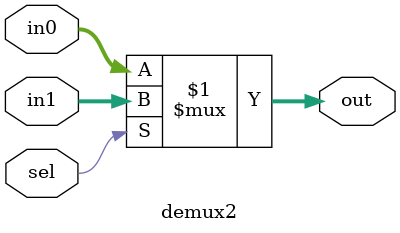
<source format=sv>
`timescale 1ns / 1ps

module demux2 #(parameter  WIDTH = 64)
  (input logic [WIDTH-1:0] in0, in1,
  input logic sel,
  output logic [WIDTH-1:0] out);

assign out = sel ? in1 : in0;

endmodule

</source>
